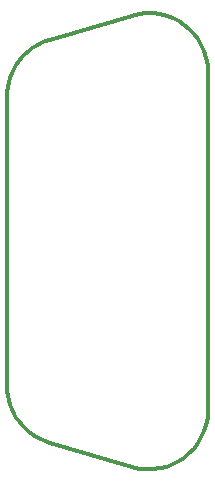
<source format=gbr>
%TF.GenerationSoftware,KiCad,Pcbnew,7.0.10*%
%TF.CreationDate,2024-02-01T11:04:59-05:00*%
%TF.ProjectId,quad_payload_adapter,71756164-5f70-4617-996c-6f61645f6164,rev?*%
%TF.SameCoordinates,Original*%
%TF.FileFunction,Profile,NP*%
%FSLAX46Y46*%
G04 Gerber Fmt 4.6, Leading zero omitted, Abs format (unit mm)*
G04 Created by KiCad (PCBNEW 7.0.10) date 2024-02-01 11:04:59*
%MOMM*%
%LPD*%
G01*
G04 APERTURE LIST*
%ADD10C,0.350000*%
%TA.AperFunction,Profile*%
%ADD11C,0.350000*%
%TD*%
G04 APERTURE END LIST*
D10*
X91500000Y-87741190D02*
X91516930Y-87328673D01*
X91566944Y-86923925D01*
X91648878Y-86528502D01*
X91761569Y-86143959D01*
X91903852Y-85771853D01*
X92074564Y-85413738D01*
X92272540Y-85071171D01*
X92496616Y-84745706D01*
X92745629Y-84438899D01*
X93018414Y-84152307D01*
X93313808Y-83887484D01*
X93630647Y-83645987D01*
X93967766Y-83429370D01*
X94324002Y-83239190D01*
X94698190Y-83077002D01*
X95089168Y-82944362D01*
D11*
X108500000Y-85682366D02*
X108500000Y-114317634D01*
D10*
X102089168Y-80885539D02*
X102688903Y-80747519D01*
X103284071Y-80684317D01*
X103869964Y-80692410D01*
X104441872Y-80768275D01*
X104995086Y-80908387D01*
X105524899Y-81109225D01*
X106026600Y-81367264D01*
X106495483Y-81678982D01*
X106926837Y-82040856D01*
X107315954Y-82449361D01*
X107658126Y-82900975D01*
X107948644Y-83392175D01*
X108182799Y-83919437D01*
X108355882Y-84479238D01*
X108463185Y-85068056D01*
X108500000Y-85682366D01*
X95089168Y-117055638D02*
X94698190Y-116922997D01*
X94324002Y-116760809D01*
X93967766Y-116570629D01*
X93630647Y-116354012D01*
X93313808Y-116112515D01*
X93018414Y-115847692D01*
X92745629Y-115561100D01*
X92496616Y-115254293D01*
X92272540Y-114928828D01*
X92074564Y-114586261D01*
X91903852Y-114228146D01*
X91761569Y-113856040D01*
X91648878Y-113471497D01*
X91566944Y-113076074D01*
X91516930Y-112671326D01*
X91500000Y-112258810D01*
D11*
X91500000Y-112258810D02*
X91500000Y-87741190D01*
D10*
X108500000Y-114317634D02*
X108463185Y-114931943D01*
X108355882Y-115520761D01*
X108182799Y-116080562D01*
X107948644Y-116607824D01*
X107658126Y-117099024D01*
X107315954Y-117550638D01*
X106926837Y-117959143D01*
X106495483Y-118321017D01*
X106026600Y-118632735D01*
X105524899Y-118890774D01*
X104995086Y-119091612D01*
X104441872Y-119231724D01*
X103869964Y-119307589D01*
X103284071Y-119315682D01*
X102688903Y-119252480D01*
X102089168Y-119114461D01*
D11*
X95089168Y-82944362D02*
X102089168Y-80885539D01*
X102089168Y-119114461D02*
X95089168Y-117055638D01*
M02*

</source>
